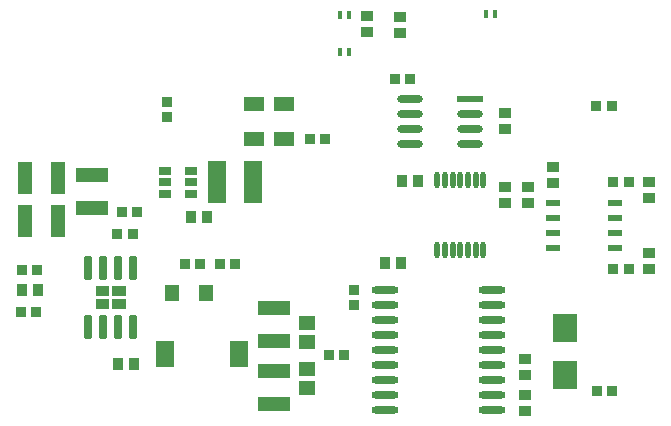
<source format=gbp>
G04*
G04 #@! TF.GenerationSoftware,Altium Limited,Altium Designer,23.0.1 (38)*
G04*
G04 Layer_Color=128*
%FSLAX25Y25*%
%MOIN*%
G70*
G04*
G04 #@! TF.SameCoordinates,07299077-2F5B-483E-86E5-57BC813F48C1*
G04*
G04*
G04 #@! TF.FilePolarity,Positive*
G04*
G01*
G75*
%ADD22R,0.03937X0.03543*%
%ADD23R,0.03347X0.03740*%
%ADD30R,0.03543X0.03937*%
%ADD37R,0.03740X0.03347*%
%ADD99O,0.01772X0.05512*%
%ADD100R,0.05906X0.08661*%
G04:AMPARAMS|DCode=101|XSize=21.65mil|YSize=49.21mil|CornerRadius=1.95mil|HoleSize=0mil|Usage=FLASHONLY|Rotation=90.000|XOffset=0mil|YOffset=0mil|HoleType=Round|Shape=RoundedRectangle|*
%AMROUNDEDRECTD101*
21,1,0.02165,0.04532,0,0,90.0*
21,1,0.01776,0.04921,0,0,90.0*
1,1,0.00390,0.02266,0.00888*
1,1,0.00390,0.02266,-0.00888*
1,1,0.00390,-0.02266,-0.00888*
1,1,0.00390,-0.02266,0.00888*
%
%ADD101ROUNDEDRECTD101*%
G04:AMPARAMS|DCode=102|XSize=86.79mil|YSize=23.94mil|CornerRadius=11.97mil|HoleSize=0mil|Usage=FLASHONLY|Rotation=180.000|XOffset=0mil|YOffset=0mil|HoleType=Round|Shape=RoundedRectangle|*
%AMROUNDEDRECTD102*
21,1,0.08679,0.00000,0,0,180.0*
21,1,0.06285,0.02394,0,0,180.0*
1,1,0.02394,-0.03143,0.00000*
1,1,0.02394,0.03143,0.00000*
1,1,0.02394,0.03143,0.00000*
1,1,0.02394,-0.03143,0.00000*
%
%ADD102ROUNDEDRECTD102*%
%ADD103R,0.08679X0.02394*%
%ADD104R,0.07874X0.09449*%
%ADD105O,0.09055X0.02362*%
%ADD106R,0.07087X0.05118*%
%ADD107R,0.05906X0.14173*%
%ADD108R,0.03937X0.02756*%
%ADD109R,0.10630X0.05118*%
%ADD110R,0.05512X0.05118*%
%ADD111R,0.05118X0.05512*%
G04:AMPARAMS|DCode=113|XSize=77.56mil|YSize=23.62mil|CornerRadius=2.95mil|HoleSize=0mil|Usage=FLASHONLY|Rotation=90.000|XOffset=0mil|YOffset=0mil|HoleType=Round|Shape=RoundedRectangle|*
%AMROUNDEDRECTD113*
21,1,0.07756,0.01772,0,0,90.0*
21,1,0.07165,0.02362,0,0,90.0*
1,1,0.00591,0.00886,0.03583*
1,1,0.00591,0.00886,-0.03583*
1,1,0.00591,-0.00886,-0.03583*
1,1,0.00591,-0.00886,0.03583*
%
%ADD113ROUNDEDRECTD113*%
%ADD114R,0.05118X0.10630*%
%ADD115R,0.01575X0.02756*%
G36*
X29213Y66024D02*
Y62835D01*
X33740D01*
Y66024D01*
X29213D01*
D02*
G37*
G36*
Y70236D02*
Y67047D01*
X33740D01*
Y70236D01*
X29213D01*
D02*
G37*
G36*
X34764Y66024D02*
Y62835D01*
X39291D01*
Y66024D01*
X34764D01*
D02*
G37*
G36*
Y70236D02*
Y67047D01*
X39291D01*
Y70236D01*
X34764D01*
D02*
G37*
D22*
X213779Y99705D02*
D03*
Y105020D02*
D03*
X165748Y128150D02*
D03*
Y122835D02*
D03*
Y103347D02*
D03*
Y98032D02*
D03*
X172441Y40551D02*
D03*
Y45866D02*
D03*
Y34154D02*
D03*
Y28839D02*
D03*
X130709Y154724D02*
D03*
Y160039D02*
D03*
X119685Y154921D02*
D03*
Y160236D02*
D03*
X213779Y76083D02*
D03*
Y81398D02*
D03*
X173228Y103347D02*
D03*
Y98032D02*
D03*
X181496Y110138D02*
D03*
Y104823D02*
D03*
D23*
X134055Y139370D02*
D03*
X128937D02*
D03*
X196260Y35433D02*
D03*
X201378D02*
D03*
X206890Y75984D02*
D03*
X201772D02*
D03*
X206890Y105118D02*
D03*
X201772D02*
D03*
X196063Y130315D02*
D03*
X201181D02*
D03*
X105709Y119291D02*
D03*
X100591D02*
D03*
X43110Y94882D02*
D03*
X37992D02*
D03*
X112008Y47244D02*
D03*
X106890D02*
D03*
X63976Y77559D02*
D03*
X58858D02*
D03*
X75787D02*
D03*
X70669D02*
D03*
X9646Y75590D02*
D03*
X4528D02*
D03*
X4331Y61811D02*
D03*
X9449D02*
D03*
X41535Y87795D02*
D03*
X36417D02*
D03*
D30*
X131201Y105512D02*
D03*
X136516D02*
D03*
X131102Y77953D02*
D03*
X125787D02*
D03*
X61024Y93307D02*
D03*
X66339D02*
D03*
X36713Y44488D02*
D03*
X42028D02*
D03*
X9843Y68898D02*
D03*
X4528D02*
D03*
D37*
X53150Y126575D02*
D03*
Y131693D02*
D03*
X115354Y69095D02*
D03*
Y63976D02*
D03*
D99*
X158465Y82480D02*
D03*
X155905D02*
D03*
X153347D02*
D03*
X150787D02*
D03*
X148228D02*
D03*
X145669D02*
D03*
X143110D02*
D03*
X158465Y105709D02*
D03*
X155905Y105709D02*
D03*
X153347Y105709D02*
D03*
X150787Y105709D02*
D03*
X148228Y105709D02*
D03*
X145669Y105709D02*
D03*
X143110Y105709D02*
D03*
D100*
X76968Y47687D02*
D03*
X52165Y47589D02*
D03*
D101*
X181496Y83071D02*
D03*
Y88071D02*
D03*
Y93071D02*
D03*
Y98071D02*
D03*
X202165Y83071D02*
D03*
Y88071D02*
D03*
Y93071D02*
D03*
Y98071D02*
D03*
D102*
X134052Y132697D02*
D03*
Y127697D02*
D03*
Y122697D02*
D03*
Y117697D02*
D03*
X154137Y117697D02*
D03*
Y122697D02*
D03*
Y127697D02*
D03*
D103*
X154137Y132697D02*
D03*
D104*
X185827Y40551D02*
D03*
Y56299D02*
D03*
D105*
X161417Y68976D02*
D03*
Y63976D02*
D03*
Y58976D02*
D03*
X161417Y53976D02*
D03*
X161417Y48976D02*
D03*
Y43976D02*
D03*
Y38976D02*
D03*
Y33976D02*
D03*
X161417Y28976D02*
D03*
X125591Y68976D02*
D03*
Y63976D02*
D03*
Y58976D02*
D03*
Y53976D02*
D03*
Y48976D02*
D03*
Y43976D02*
D03*
Y38976D02*
D03*
Y33976D02*
D03*
Y28976D02*
D03*
D106*
X92126Y119488D02*
D03*
Y130905D02*
D03*
X81890Y119488D02*
D03*
Y130905D02*
D03*
D107*
X81693Y105118D02*
D03*
X69685D02*
D03*
D108*
X52362Y101181D02*
D03*
X52362Y104921D02*
D03*
Y108661D02*
D03*
X61020D02*
D03*
Y104921D02*
D03*
X61020Y101181D02*
D03*
D109*
X27953Y96457D02*
D03*
Y107480D02*
D03*
X88583Y51968D02*
D03*
Y62992D02*
D03*
Y42126D02*
D03*
Y31102D02*
D03*
D110*
X99606Y42520D02*
D03*
Y36220D02*
D03*
Y51575D02*
D03*
Y57874D02*
D03*
D111*
X54528Y68110D02*
D03*
X65945D02*
D03*
D113*
X41752Y76279D02*
D03*
X36752D02*
D03*
X31752D02*
D03*
X26752D02*
D03*
Y56791D02*
D03*
X31752D02*
D03*
X36752D02*
D03*
X41752D02*
D03*
D114*
X16535Y92126D02*
D03*
X5512D02*
D03*
X16535Y106299D02*
D03*
X5512D02*
D03*
D115*
X159449Y161024D02*
D03*
X162205D02*
D03*
X110827Y160630D02*
D03*
X113583D02*
D03*
X110827Y148425D02*
D03*
X113583D02*
D03*
M02*

</source>
